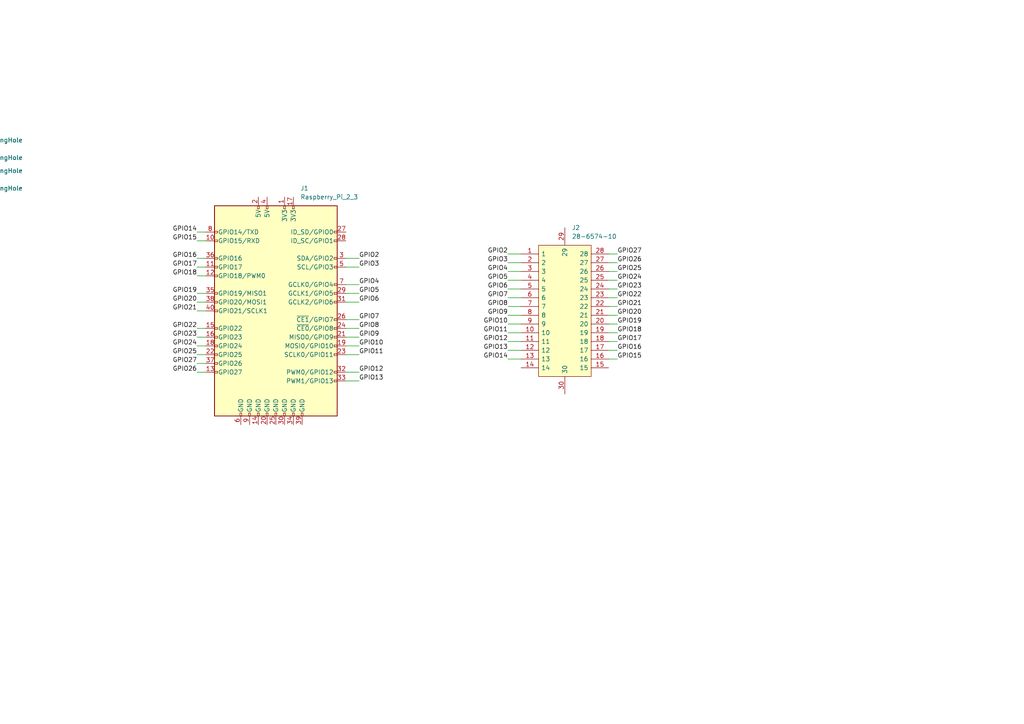
<source format=kicad_sch>
(kicad_sch (version 20211123) (generator eeschema)
  (paper "A4")
  (lib_symbols
    (symbol "Connector:Raspberry_Pi_2_3" (pin_names (offset 1.016))
      (property "Reference" "J" (at -17.78 31.75 0))
      (property "Value" "Raspberry_Pi_2_3" (at 10.16 -31.75 0))
      (symbol "Raspberry_Pi_2_3_0_1"
        (rectangle (start -17.78 30.48) (end 17.78 -30.48) (stroke (width 0.254)) (fill (type background)))
      )
      (symbol "Raspberry_Pi_2_3_1_1"
        (rectangle (start -16.891 -17.526) (end -17.78 -18.034))
        (rectangle (start -16.891 -14.986) (end -17.78 -15.494))
        (rectangle (start -16.891 -12.446) (end -17.78 -12.954))
        (rectangle (start -16.891 -9.906) (end -17.78 -10.414))
        (rectangle (start -16.891 -7.366) (end -17.78 -7.874))
        (rectangle (start -16.891 -4.826) (end -17.78 -5.334))
        (rectangle (start -16.891 0.254) (end -17.78 -0.254))
        (rectangle (start -16.891 2.794) (end -17.78 2.286))
        (rectangle (start -16.891 5.334) (end -17.78 4.826))
        (rectangle (start -16.891 10.414) (end -17.78 9.906))
        (rectangle (start -16.891 12.954) (end -17.78 12.446))
        (rectangle (start -16.891 15.494) (end -17.78 14.986))
        (rectangle (start -16.891 20.574) (end -17.78 20.066))
        (rectangle (start -16.891 23.114) (end -17.78 22.606))
        (rectangle (start -10.414 -29.591) (end -9.906 -30.48))
        (rectangle (start -7.874 -29.591) (end -7.366 -30.48))
        (rectangle (start -5.334 -29.591) (end -4.826 -30.48))
        (rectangle (start -5.334 30.48) (end -4.826 29.591))
        (rectangle (start -2.794 -29.591) (end -2.286 -30.48))
        (rectangle (start -2.794 30.48) (end -2.286 29.591))
        (rectangle (start -0.254 -29.591) (end 0.254 -30.48))
        (rectangle (start 2.286 -29.591) (end 2.794 -30.48))
        (rectangle (start 2.286 30.48) (end 2.794 29.591))
        (rectangle (start 4.826 -29.591) (end 5.334 -30.48))
        (rectangle (start 4.826 30.48) (end 5.334 29.591))
        (rectangle (start 7.366 -29.591) (end 7.874 -30.48))
        (rectangle (start 17.78 -20.066) (end 16.891 -20.574))
        (rectangle (start 17.78 -17.526) (end 16.891 -18.034))
        (rectangle (start 17.78 -12.446) (end 16.891 -12.954))
        (rectangle (start 17.78 -9.906) (end 16.891 -10.414))
        (rectangle (start 17.78 -7.366) (end 16.891 -7.874))
        (rectangle (start 17.78 -4.826) (end 16.891 -5.334))
        (rectangle (start 17.78 -2.286) (end 16.891 -2.794))
        (rectangle (start 17.78 2.794) (end 16.891 2.286))
        (rectangle (start 17.78 5.334) (end 16.891 4.826))
        (rectangle (start 17.78 7.874) (end 16.891 7.366))
        (rectangle (start 17.78 12.954) (end 16.891 12.446))
        (rectangle (start 17.78 15.494) (end 16.891 14.986))
        (rectangle (start 17.78 20.574) (end 16.891 20.066))
        (rectangle (start 17.78 23.114) (end 16.891 22.606))
        (pin power_in line (at 2.54 33.02 270) (length 2.54) (name "3V3") (number "1"))
        (pin bidirectional line (at -20.32 20.32 0) (length 2.54) (name "GPIO15/RXD") (number "10"))
        (pin bidirectional line (at -20.32 12.7 0) (length 2.54) (name "GPIO17") (number "11"))
        (pin bidirectional line (at -20.32 10.16 0) (length 2.54) (name "GPIO18/PWM0") (number "12"))
        (pin bidirectional line (at -20.32 -17.78 0) (length 2.54) (name "GPIO27") (number "13"))
        (pin power_in line (at -5.08 -33.02 90) (length 2.54) (name "GND") (number "14"))
        (pin bidirectional line (at -20.32 -5.08 0) (length 2.54) (name "GPIO22") (number "15"))
        (pin bidirectional line (at -20.32 -7.62 0) (length 2.54) (name "GPIO23") (number "16"))
        (pin power_in line (at 5.08 33.02 270) (length 2.54) (name "3V3") (number "17"))
        (pin bidirectional line (at -20.32 -10.16 0) (length 2.54) (name "GPIO24") (number "18"))
        (pin bidirectional line (at 20.32 -10.16 180) (length 2.54) (name "MOSI0/GPIO10") (number "19"))
        (pin power_in line (at -5.08 33.02 270) (length 2.54) (name "5V") (number "2"))
        (pin power_in line (at -2.54 -33.02 90) (length 2.54) (name "GND") (number "20"))
        (pin bidirectional line (at 20.32 -7.62 180) (length 2.54) (name "MISO0/GPIO9") (number "21"))
        (pin bidirectional line (at -20.32 -12.7 0) (length 2.54) (name "GPIO25") (number "22"))
        (pin bidirectional line (at 20.32 -12.7 180) (length 2.54) (name "SCLK0/GPIO11") (number "23"))
        (pin bidirectional line (at 20.32 -5.08 180) (length 2.54) (name "~{CE0}/GPIO8") (number "24"))
        (pin power_in line (at 0 -33.02 90) (length 2.54) (name "GND") (number "25"))
        (pin bidirectional line (at 20.32 -2.54 180) (length 2.54) (name "~{CE1}/GPIO7") (number "26"))
        (pin bidirectional line (at 20.32 22.86 180) (length 2.54) (name "ID_SD/GPIO0") (number "27"))
        (pin bidirectional line (at 20.32 20.32 180) (length 2.54) (name "ID_SC/GPIO1") (number "28"))
        (pin bidirectional line (at 20.32 5.08 180) (length 2.54) (name "GCLK1/GPIO5") (number "29"))
        (pin bidirectional line (at 20.32 15.24 180) (length 2.54) (name "SDA/GPIO2") (number "3"))
        (pin power_in line (at 2.54 -33.02 90) (length 2.54) (name "GND") (number "30"))
        (pin bidirectional line (at 20.32 2.54 180) (length 2.54) (name "GCLK2/GPIO6") (number "31"))
        (pin bidirectional line (at 20.32 -17.78 180) (length 2.54) (name "PWM0/GPIO12") (number "32"))
        (pin bidirectional line (at 20.32 -20.32 180) (length 2.54) (name "PWM1/GPIO13") (number "33"))
        (pin power_in line (at 5.08 -33.02 90) (length 2.54) (name "GND") (number "34"))
        (pin bidirectional line (at -20.32 5.08 0) (length 2.54) (name "GPIO19/MISO1") (number "35"))
        (pin bidirectional line (at -20.32 15.24 0) (length 2.54) (name "GPIO16") (number "36"))
        (pin bidirectional line (at -20.32 -15.24 0) (length 2.54) (name "GPIO26") (number "37"))
        (pin bidirectional line (at -20.32 2.54 0) (length 2.54) (name "GPIO20/MOSI1") (number "38"))
        (pin power_in line (at 7.62 -33.02 90) (length 2.54) (name "GND") (number "39"))
        (pin power_in line (at -2.54 33.02 270) (length 2.54) (name "5V") (number "4"))
        (pin bidirectional line (at -20.32 0 0) (length 2.54) (name "GPIO21/SCLK1") (number "40"))
        (pin bidirectional line (at 20.32 12.7 180) (length 2.54) (name "SCL/GPIO3") (number "5"))
        (pin power_in line (at -10.16 -33.02 90) (length 2.54) (name "GND") (number "6"))
        (pin bidirectional line (at 20.32 7.62 180) (length 2.54) (name "GCLK0/GPIO4") (number "7"))
        (pin bidirectional line (at -20.32 22.86 0) (length 2.54) (name "GPIO14/TXD") (number "8"))
        (pin power_in line (at -7.62 -33.02 90) (length 2.54) (name "GND") (number "9"))
      )
    )
    (symbol "Mechanical:MountingHole" (pin_names (offset 1.016))
      (property "Reference" "H" (at 0 5.08 0))
      (property "Value" "MountingHole" (at 0 3.175 0))
      (symbol "MountingHole_0_1"
        (circle (center 0 0) (radius 1.27) (stroke (width 1.27)))
      )
    )
    (symbol "SamacSys_Parts:28-6574-10" (pin_names (offset 0.762))
      (property "Reference" "J" (at 0 1.27 0))
      (property "Value" "SamacSys_Parts_28-6574-10" (at 11.43 1.27 0))
      (symbol "28-6574-10_0_0"
        (pin unspecified line (at -5.08 -2.54 0) (length 5.08) (name "1") (number "1"))
        (pin unspecified line (at -5.08 -25.4 0) (length 5.08) (name "10") (number "10"))
        (pin unspecified line (at -5.08 -27.94 0) (length 5.08) (name "11") (number "11"))
        (pin unspecified line (at -5.08 -30.48 0) (length 5.08) (name "12") (number "12"))
        (pin unspecified line (at -5.08 -33.02 0) (length 5.08) (name "13") (number "13"))
        (pin unspecified line (at -5.08 -35.56 0) (length 5.08) (name "14") (number "14"))
        (pin unspecified line (at 20.32 -35.56 180) (length 5.08) (name "15") (number "15"))
        (pin unspecified line (at 20.32 -33.02 180) (length 5.08) (name "16") (number "16"))
        (pin unspecified line (at 20.32 -30.48 180) (length 5.08) (name "17") (number "17"))
        (pin unspecified line (at 20.32 -27.94 180) (length 5.08) (name "18") (number "18"))
        (pin unspecified line (at 20.32 -25.4 180) (length 5.08) (name "19") (number "19"))
        (pin unspecified line (at -5.08 -5.08 0) (length 5.08) (name "2") (number "2"))
        (pin unspecified line (at 20.32 -22.86 180) (length 5.08) (name "20") (number "20"))
        (pin unspecified line (at 20.32 -20.32 180) (length 5.08) (name "21") (number "21"))
        (pin unspecified line (at 20.32 -17.78 180) (length 5.08) (name "22") (number "22"))
        (pin unspecified line (at 20.32 -15.24 180) (length 5.08) (name "23") (number "23"))
        (pin unspecified line (at 20.32 -12.7 180) (length 5.08) (name "24") (number "24"))
        (pin unspecified line (at 20.32 -10.16 180) (length 5.08) (name "25") (number "25"))
        (pin unspecified line (at 20.32 -7.62 180) (length 5.08) (name "26") (number "26"))
        (pin unspecified line (at 20.32 -5.08 180) (length 5.08) (name "27") (number "27"))
        (pin unspecified line (at 20.32 -2.54 180) (length 5.08) (name "28") (number "28"))
        (pin unspecified line (at 7.62 5.08 270) (length 5.08) (name "29") (number "29"))
        (pin unspecified line (at -5.08 -7.62 0) (length 5.08) (name "3") (number "3"))
        (pin unspecified line (at 7.62 -43.18 90) (length 5.08) (name "30") (number "30"))
        (pin unspecified line (at -5.08 -10.16 0) (length 5.08) (name "4") (number "4"))
        (pin unspecified line (at -5.08 -12.7 0) (length 5.08) (name "5") (number "5"))
        (pin unspecified line (at -5.08 -15.24 0) (length 5.08) (name "6") (number "6"))
        (pin unspecified line (at -5.08 -17.78 0) (length 5.08) (name "7") (number "7"))
        (pin unspecified line (at -5.08 -20.32 0) (length 5.08) (name "8") (number "8"))
        (pin unspecified line (at -5.08 -22.86 0) (length 5.08) (name "9") (number "9"))
      )
      (symbol "28-6574-10_0_1"
        (polyline (pts (xy 15.24 0) (xy 15.24 -38.1) (xy 0 -38.1) (xy 0 0) (xy 15.24 0)) (stroke (width 0.1524)) (fill (type background)))
      )
    )
  )
  (wire (pts (xy 100.33 74.93) (xy 104.14 74.93)))
  (wire (pts (xy 151.13 73.66) (xy 147.32 73.66)))
  (wire (pts (xy 100.33 85.09) (xy 104.14 85.09)))
  (wire (pts (xy 59.69 100.33) (xy 57.15 100.33)))
  (wire (pts (xy 176.53 91.44) (xy 179.07 91.44)))
  (wire (pts (xy 59.69 74.93) (xy 57.15 74.93)))
  (wire (pts (xy 59.69 102.87) (xy 57.15 102.87)))
  (wire (pts (xy 100.33 110.49) (xy 104.14 110.49)))
  (wire (pts (xy 151.13 76.2) (xy 147.32 76.2)))
  (wire (pts (xy 151.13 93.98) (xy 147.32 93.98)))
  (wire (pts (xy 100.33 100.33) (xy 104.14 100.33)))
  (wire (pts (xy 100.33 107.95) (xy 104.14 107.95)))
  (wire (pts (xy 59.69 67.31) (xy 57.15 67.31)))
  (wire (pts (xy 59.69 77.47) (xy 57.15 77.47)))
  (wire (pts (xy 151.13 99.06) (xy 147.32 99.06)))
  (wire (pts (xy 59.69 69.85) (xy 57.15 69.85)))
  (wire (pts (xy 176.53 96.52) (xy 179.07 96.52)))
  (wire (pts (xy 151.13 91.44) (xy 147.32 91.44)))
  (wire (pts (xy 100.33 95.25) (xy 104.14 95.25)))
  (wire (pts (xy 151.13 83.82) (xy 147.32 83.82)))
  (wire (pts (xy 59.69 97.79) (xy 57.15 97.79)))
  (wire (pts (xy 151.13 78.74) (xy 147.32 78.74)))
  (wire (pts (xy 59.69 95.25) (xy 57.15 95.25)))
  (wire (pts (xy 176.53 101.6) (xy 179.07 101.6)))
  (wire (pts (xy 100.33 92.71) (xy 104.14 92.71)))
  (wire (pts (xy 151.13 88.9) (xy 147.32 88.9)))
  (wire (pts (xy 59.69 105.41) (xy 57.15 105.41)))
  (wire (pts (xy 176.53 93.98) (xy 179.07 93.98)))
  (wire (pts (xy 176.53 88.9) (xy 179.07 88.9)))
  (wire (pts (xy 151.13 96.52) (xy 147.32 96.52)))
  (wire (pts (xy 100.33 102.87) (xy 104.14 102.87)))
  (wire (pts (xy 151.13 86.36) (xy 147.32 86.36)))
  (wire (pts (xy 59.69 107.95) (xy 57.15 107.95)))
  (wire (pts (xy 100.33 82.55) (xy 104.14 82.55)))
  (wire (pts (xy 151.13 81.28) (xy 147.32 81.28)))
  (wire (pts (xy 100.33 97.79) (xy 104.14 97.79)))
  (wire (pts (xy 176.53 78.74) (xy 179.07 78.74)))
  (wire (pts (xy 176.53 86.36) (xy 179.07 86.36)))
  (wire (pts (xy 100.33 87.63) (xy 104.14 87.63)))
  (wire (pts (xy 59.69 80.01) (xy 57.15 80.01)))
  (wire (pts (xy 176.53 76.2) (xy 179.07 76.2)))
  (wire (pts (xy 151.13 104.14) (xy 147.32 104.14)))
  (wire (pts (xy 59.69 85.09) (xy 57.15 85.09)))
  (wire (pts (xy 176.53 73.66) (xy 179.07 73.66)))
  (wire (pts (xy 176.53 81.28) (xy 179.07 81.28)))
  (wire (pts (xy 176.53 83.82) (xy 179.07 83.82)))
  (wire (pts (xy 59.69 90.17) (xy 57.15 90.17)))
  (wire (pts (xy 176.53 99.06) (xy 179.07 99.06)))
  (wire (pts (xy 151.13 101.6) (xy 147.32 101.6)))
  (wire (pts (xy 100.33 77.47) (xy 104.14 77.47)))
  (wire (pts (xy 59.69 87.63) (xy 57.15 87.63)))
  (wire (pts (xy 176.53 104.14) (xy 179.07 104.14)))
  (label "GPIO2" (at 147.32 73.66 180))
  (label "GPIO25" (at 179.07 78.74 0))
  (label "GPIO14" (at 147.32 104.14 180))
  (label "GPIO20" (at 179.07 91.44 0))
  (label "GPIO4" (at 104.14 82.55 0))
  (label "GPIO26" (at 57.15 107.95 180))
  (label "GPIO5" (at 147.32 81.28 180))
  (label "GPIO27" (at 57.15 105.41 180))
  (label "GPIO9" (at 147.32 91.44 180))
  (label "GPIO20" (at 57.15 87.63 180))
  (label "GPIO22" (at 179.07 86.36 0))
  (label "GPIO3" (at 104.14 77.47 0))
  (label "GPIO8" (at 147.32 88.9 180))
  (label "GPIO18" (at 57.15 80.01 180))
  (label "GPIO6" (at 147.32 83.82 180))
  (label "GPIO18" (at 179.07 96.52 0))
  (label "GPIO21" (at 179.07 88.9 0))
  (label "GPIO6" (at 104.14 87.63 0))
  (label "GPIO23" (at 57.15 97.79 180))
  (label "GPIO11" (at 147.32 96.52 180))
  (label "GPIO22" (at 57.15 95.25 180))
  (label "GPIO12" (at 104.14 107.95 0))
  (label "GPIO4" (at 147.32 78.74 180))
  (label "GPIO25" (at 57.15 102.87 180))
  (label "GPIO19" (at 179.07 93.98 0))
  (label "GPIO3" (at 147.32 76.2 180))
  (label "GPIO15" (at 57.15 69.85 180))
  (label "GPIO13" (at 104.14 110.49 0))
  (label "GPIO23" (at 179.07 83.82 0))
  (label "GPIO10" (at 104.14 100.33 0))
  (label "GPIO19" (at 57.15 85.09 180))
  (label "GPIO26" (at 179.07 76.2 0))
  (label "GPIO16" (at 57.15 74.93 180))
  (label "GPIO7" (at 147.32 86.36 180))
  (label "GPIO17" (at 179.07 99.06 0))
  (label "GPIO24" (at 57.15 100.33 180))
  (label "GPIO21" (at 57.15 90.17 180))
  (label "GPIO8" (at 104.14 95.25 0))
  (label "GPIO24" (at 179.07 81.28 0))
  (label "GPIO17" (at 57.15 77.47 180))
  (label "GPIO11" (at 104.14 102.87 0))
  (label "GPIO27" (at 179.07 73.66 0))
  (label "GPIO9" (at 104.14 97.79 0))
  (label "GPIO5" (at 104.14 85.09 0))
  (label "GPIO13" (at 147.32 101.6 180))
  (label "GPIO10" (at 147.32 93.98 180))
  (label "GPIO15" (at 179.07 104.14 0))
  (label "GPIO14" (at 57.15 67.31 180))
  (label "GPIO7" (at 104.14 92.71 0))
  (label "GPIO12" (at 147.32 99.06 180))
  (label "GPIO16" (at 179.07 101.6 0))
  (label "GPIO2" (at 104.14 74.93 0))
  (symbol (lib_id "Connector:Raspberry_Pi_2_3") (at 80.01 90.17 0) (unit 1)
    (property "Reference" "J1" (at 87.1094 54.61 0) (effects (justify left)))
    (property "Value" "Raspberry_Pi_2_3" (at 87.1094 57.15 0) (effects (justify left)))
    (property "Footprint" "Connector_PinSocket_2.54mm:PinSocket_2x20_P2.54mm_Vertical" (effects hide))
    (property "Datasheet" "https://www.raspberrypi.org/documentation/hardware/raspberrypi/schematics/rpi_SCH_3bplus_1p0_reduced.pdf" (effects hide))
  )
  (symbol (lib_id "SamacSys_Parts:28-6574-10") (at 156.21 71.12 0) (unit 1)
    (property "Reference" "J2" (at 165.8494 66.04 0) (effects (justify left)))
    (property "Value" "28-6574-10" (at 165.8494 68.58 0) (effects (justify left)))
    (property "Footprint" "Socket:DIP_Socket-28_W6.9_W7.62_W10.16_W12.7_W13.5_3M_228-4817-00-0602J" (effects hide))
    (property "Datasheet" "https://www.arieselec.com/products/data/10001-universal-dip-zif-test-socket.pdf" (effects hide))
    (property "Description" "ARIES - 28-6574-10 - SOCKET DIL ZIF QUICK RELSE 28" (effects hide))
    (property "Height" "11.94" (effects hide))
    (property "Manufacturer_Name" "ARIES" (effects hide))
    (property "Manufacturer_Part_Number" "28-6574-10" (effects hide))
    (property "Mouser Part Number" "535-28-6574-10" (effects hide))
    (property "Mouser Price/Stock" "https://www.mouser.com/Search/Refine.aspx?Keyword=535-28-6574-10" (effects hide))
  )
  (symbol (lib_id "Mechanical:MountingHole") (at -8.89 40.64 0) (unit 1)
    (property "Reference" "H1" (at -6.35 39.37 0) (effects (justify left)))
    (property "Value" "MountingHole" (at -6.35 40.64 0) (effects (justify left)))
    (property "Footprint" "MountingHole:MountingHole_2.7mm_M2.5" (effects hide))
  )
  (symbol (lib_id "Mechanical:MountingHole") (at -8.89 45.085 0) (unit 1)
    (property "Reference" "H2" (at -6.35 43.18 0) (effects (justify left)))
    (property "Value" "MountingHole" (at -6.35 45.72 0) (effects (justify left)))
    (property "Footprint" "MountingHole:MountingHole_2.7mm_M2.5" (effects hide))
  )
  (symbol (lib_id "Mechanical:MountingHole") (at -8.89 49.53 0) (unit 1)
    (property "Reference" "H3" (at -6.35 48.26 0) (effects (justify left)))
    (property "Value" "MountingHole" (at -6.35 49.53 0) (effects (justify left)))
    (property "Footprint" "MountingHole:MountingHole_2.7mm_M2.5" (effects hide))
  )
  (symbol (lib_id "Mechanical:MountingHole") (at -8.89 53.975 0) (unit 1)
    (property "Reference" "H4" (at -6.35 52.07 0) (effects (justify left)))
    (property "Value" "MountingHole" (at -6.35 54.61 0) (effects (justify left)))
    (property "Footprint" "MountingHole:MountingHole_2.7mm_M2.5" (effects hide))
  )
)
</source>
